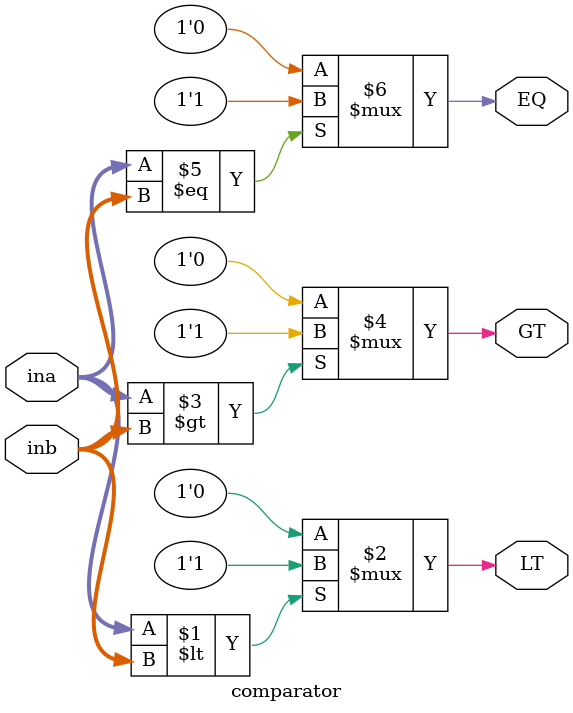
<source format=v>
module comparator(ina,inb,LT,GT,EQ);
    input [3:0] ina;
    input [3:0] inb;
    output LT;
    output GT;
    output EQ;
    assign LT = (ina < inb) ? 1'b1 : 1'b0;
    assign GT = (ina > inb) ? 1'b1 : 1'b0;
    assign EQ = (ina == inb) ? 1'b1 : 1'b0;
endmodule
</source>
